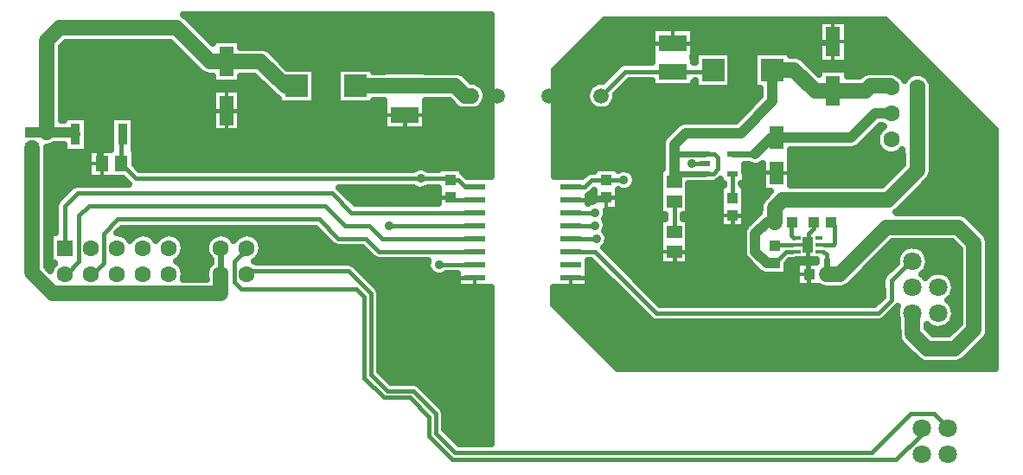
<source format=gtl>
G04 DipTrace 2.4.0.2*
%INDaughter-IsolatedUART.GTL*%
%MOMM*%
%ADD14C,0.4*%
%ADD15C,1.5*%
%ADD16C,0.6*%
%ADD17C,1.0*%
%ADD18C,0.3*%
%ADD19C,0.635*%
%ADD20C,0.33*%
%ADD21R,2.7X1.6*%
%ADD22R,1.4X2.85*%
%ADD23R,1.3X1.5*%
%ADD24R,1.0X1.1*%
%ADD25R,1.4X2.25*%
%ADD26R,1.1X1.0*%
%ADD27R,1.5X1.3*%
%ADD28R,1.6X1.6*%
%ADD29C,1.6*%
%ADD30C,1.8*%
%ADD31R,1.35X1.0*%
%ADD32R,2.2X2.2*%
%ADD34R,0.95X2.15*%
%ADD35R,3.25X2.15*%
%ADD36R,2.0X0.6*%
%ADD37R,1.1X0.6*%
%ADD38R,0.7X0.3*%
%ADD39R,1.0X1.6*%
%ADD40C,0.914*%
%FSLAX53Y53*%
G04*
G71*
G90*
G75*
G01*
%LNTop*%
%LPD*%
X12382Y30163D2*
D14*
Y32938D1*
X12502Y33059D1*
X46995Y27943D2*
X46042D1*
X45407Y28578D1*
X44613D1*
X12382Y30163D2*
X12389D1*
X13815Y28737D1*
X41725D1*
X44455D1*
X44613Y28578D1*
X46995Y20323D2*
X43498D1*
X6900Y21930D2*
X6826D1*
Y26035D1*
X8096Y27305D1*
X33026D1*
X34929Y25403D1*
X46995D1*
X66516Y26511D2*
Y23495D1*
X46677Y36834D2*
D15*
X46034D1*
X45085Y37782D1*
X40164D1*
X35328D1*
X59377Y36834D2*
D14*
X59379D1*
X61760Y39215D1*
X66353D1*
X66358Y39211D1*
X70168D1*
X70326Y39370D1*
X10202Y33059D2*
Y38859D1*
X10482Y30163D2*
X10160D1*
Y33016D1*
X10202Y33059D1*
X15875Y38576D2*
X15716Y38418D1*
X15240Y38894D1*
X10237D1*
X10202Y38859D1*
X46995Y26673D2*
X44818D1*
X44613Y26878D1*
X46995Y19053D2*
X44931D1*
X15875Y36036D2*
Y38576D1*
Y41116D1*
X13335D1*
X10795D1*
X9366D1*
X7628D1*
X7623Y41121D1*
Y38898D1*
Y36675D1*
Y38898D2*
X10163D1*
X10202Y38859D1*
X22701Y35401D2*
X25718D1*
X28099Y33020D1*
X40164D1*
X45403D1*
X49217Y36834D1*
X40164Y34983D2*
Y33020D1*
X22701Y35401D2*
X16510D1*
X15875Y36036D1*
X44613Y26878D2*
X43289D1*
X43180Y26988D1*
X3651Y33250D2*
D17*
X5080D1*
X7711D1*
X7903Y33059D1*
X29528Y37782D2*
D15*
X28416D1*
X26035Y40164D1*
X22743D1*
X22701Y40205D1*
X21072D1*
X17780Y43498D1*
X6350D1*
X5080Y42227D1*
Y33250D1*
X56395Y27943D2*
D14*
X57791D1*
X58426Y28578D1*
X59855D1*
X80653Y21593D2*
D18*
X81130D1*
D14*
X81447Y21275D1*
Y20799D1*
D16*
Y19370D1*
D15*
X82718D1*
X87322Y23974D1*
X94307D1*
X95885Y22396D1*
Y13970D1*
X93980Y12065D1*
X91292D1*
X89862Y13495D1*
Y15559D1*
X59855Y28578D2*
D14*
X61601D1*
X87322Y24133D2*
Y23974D1*
X90730Y4270D2*
Y3735D1*
X88265Y1270D1*
X44768D1*
X42545Y3492D1*
Y5398D1*
X40640Y7302D1*
X38100D1*
X36195Y9208D1*
Y17145D1*
X35401Y17939D1*
X24130D1*
X23495Y18574D1*
Y20637D1*
X24787Y21930D1*
X24680D1*
X93270Y4270D2*
Y4372D1*
X91926Y5715D1*
X89703D1*
X85893Y1905D1*
X45085D1*
X43180Y3810D1*
Y5715D1*
X40958Y7938D1*
X38417D1*
X36830Y9525D1*
Y17463D1*
X34607Y19685D1*
X24385D1*
X24680Y19390D1*
X46995Y22863D2*
X37945D1*
X36678Y24130D1*
X34290D1*
X32385Y26035D1*
X9208D1*
X8255Y25082D1*
Y20637D1*
X7008Y19390D1*
X6900D1*
X46995Y24133D2*
X38580D1*
X46995Y21593D2*
X37627D1*
X36360Y22860D1*
X33655D1*
X31750Y24765D1*
X12065D1*
X10636Y23336D1*
Y20480D1*
X9546Y19390D1*
X9440D1*
X22140Y21930D2*
D16*
Y19390D1*
D15*
Y17463D1*
X5715D1*
X3651Y19526D1*
Y31750D1*
X56395Y26673D2*
D14*
X59650D1*
X59855Y26878D1*
X78603Y22243D2*
D18*
X79153D1*
D14*
X79628D1*
X78603D2*
D18*
X78053D1*
D14*
X76428D1*
X76367Y22181D1*
X79628Y22243D2*
Y19489D1*
X79747Y19370D1*
X80177Y24451D2*
Y23816D1*
X79701Y23339D1*
Y22316D1*
X79628Y22243D1*
X72239Y25132D2*
X73233D1*
X73978Y25876D1*
Y28257D1*
X75089Y29369D1*
X76526D1*
Y29307D1*
X56395Y19053D2*
X58743D1*
X59855Y26878D2*
X61485D1*
X61595Y26988D1*
X79747Y19370D2*
X79701D1*
X79383Y19052D1*
X79692D1*
Y17145D1*
X67786D1*
X65942Y18989D1*
X62547Y22384D1*
Y25876D1*
X61436Y26988D1*
X61595D1*
X92402Y20639D2*
Y21434D1*
X91608Y22227D1*
X88274D1*
X83823Y17777D1*
X83192Y17145D1*
X79692D1*
X66516Y21595D2*
Y19564D1*
X65942Y18989D1*
X72239Y25132D2*
Y22545D1*
X71286Y21592D1*
X66519D1*
X66516Y21595D1*
X69540Y30169D2*
X68273Y30166D1*
X66358Y42011D2*
X81975D1*
X82074Y42110D1*
X66358Y42011D2*
X58047D1*
X56045Y40009D1*
Y38100D1*
Y36993D1*
X55886Y36834D1*
X54297D1*
X55880Y38100D2*
X56045D1*
X83820Y17145D2*
X83823Y17148D1*
Y17777D1*
X90338Y37627D2*
D15*
Y35087D1*
Y32547D1*
X78603Y21593D2*
D18*
X78053D1*
D14*
X77478D1*
X76367Y20482D1*
Y24451D2*
D17*
X75573D1*
X74462Y23339D1*
Y21593D1*
X75573Y20482D1*
X76367D1*
Y24451D2*
D15*
Y25880D1*
X77157Y26670D1*
X87471D1*
X90338Y29537D1*
Y32547D1*
X87798Y35087D2*
D17*
X86205D1*
X83824Y32707D1*
X76526D1*
X72240Y31119D2*
D16*
X74462D1*
D17*
X76049Y32707D1*
D16*
X76526D1*
X72240Y29219D2*
D14*
Y26833D1*
X72239Y26832D1*
X78603Y22893D2*
D18*
X78242D1*
D14*
X77954Y23181D1*
Y24338D1*
X78067Y24451D1*
X80653Y22243D2*
D18*
X81203D1*
D14*
X82097D1*
X82241Y22387D1*
Y24087D1*
X81877Y24451D1*
X56395Y21593D2*
X58734D1*
X64770Y15557D1*
X86519D1*
X87789Y16828D1*
Y18732D1*
X89535Y20479D1*
X90022D1*
X89862Y20639D1*
X56395Y24133D2*
X58738D1*
X56395Y22863D2*
X58902D1*
X56395Y25403D2*
X58743D1*
X69540Y29219D2*
X70335D1*
X70802Y29686D1*
Y30797D1*
X70485Y31115D1*
X69544D1*
X69540Y31119D1*
X76126Y39370D2*
D15*
X78276D1*
X80336Y37310D1*
X82070D1*
X82074Y37306D1*
X85254D1*
X85734Y37786D1*
X87639D1*
X87798Y37627D1*
X76126Y39370D2*
D17*
Y36276D1*
X73033Y33182D1*
X67635D1*
X66523Y32071D1*
Y31119D1*
Y29219D1*
Y28418D1*
X66516Y28411D1*
X69540Y31119D2*
D16*
X66523D1*
X69540Y29219D2*
X66523D1*
D40*
X43498Y20323D3*
X41725Y28737D3*
X44931Y19053D3*
X43180Y26988D3*
X61601Y28578D3*
X87322Y24133D3*
X38580D3*
X58743Y19053D3*
X61595Y26988D3*
X68273Y30166D3*
X58738Y24133D3*
X58902Y22863D3*
X58743Y25403D3*
X45720Y5080D3*
Y7620D3*
X7623Y36675D3*
Y38898D3*
Y41121D3*
X9366Y41116D3*
X10795D3*
X13335D3*
X15875D3*
Y38576D3*
Y36036D3*
X45720Y10160D3*
Y12700D3*
Y15240D3*
Y43180D3*
X43180D3*
X40640D3*
X38100D3*
X35560D3*
X33020D3*
X30480D3*
X27940D3*
X25400D3*
X45720Y40640D3*
X55880Y38100D3*
X58420Y40640D3*
X60960Y43180D3*
X63500D3*
X68580D3*
X71120D3*
X73660D3*
X76200D3*
X78740D3*
X83820D3*
X86360D3*
X88900Y40640D3*
X55880Y35560D3*
Y33020D3*
Y30480D3*
X58420Y15240D3*
X60960Y12700D3*
X63500D3*
X66040D3*
X68580D3*
X71120D3*
X73660D3*
X76200D3*
X78740D3*
X81280D3*
X83820D3*
X86360D3*
X66040Y17145D3*
X68580D3*
X71120D3*
X73660D3*
X76200D3*
X78740D3*
X81280D3*
X83820D3*
X19218Y44136D2*
D19*
X48519D1*
X19853Y43504D2*
X48519D1*
X20478Y42872D2*
X48519D1*
X24139Y42241D2*
X48519D1*
X6567Y41609D2*
X17592D1*
X24139D2*
X48519D1*
X6567Y40977D2*
X18227D1*
X27294D2*
X48519D1*
X6567Y40346D2*
X18853D1*
X27929D2*
X48519D1*
X6567Y39714D2*
X19488D1*
X28564D2*
X48519D1*
X6567Y39082D2*
X20132D1*
X31362D2*
X33487D1*
X45729D2*
X48519D1*
X6567Y38451D2*
X21264D1*
X24139D2*
X25669D1*
X31362D2*
X33487D1*
X46493D2*
X48519D1*
X6567Y37819D2*
X26304D1*
X31362D2*
X33487D1*
X47763D2*
X48519D1*
X6567Y37187D2*
X21264D1*
X24139D2*
X26939D1*
X31362D2*
X33487D1*
X48120D2*
X48519D1*
X6567Y36556D2*
X21264D1*
X24139D2*
X27633D1*
X31362D2*
X33487D1*
X48140D2*
X48519D1*
X6567Y35924D2*
X21264D1*
X24139D2*
X38081D1*
X42246D2*
X44868D1*
X47832D2*
X48519D1*
X6567Y35292D2*
X21264D1*
X24139D2*
X38081D1*
X42246D2*
X48519D1*
X9117Y34661D2*
X11292D1*
X13711D2*
X21264D1*
X24139D2*
X38081D1*
X42246D2*
X48519D1*
X9117Y34029D2*
X11292D1*
X13711D2*
X21264D1*
X24139D2*
X38081D1*
X42246D2*
X48519D1*
X9117Y33397D2*
X11292D1*
X13711D2*
X21264D1*
X24139D2*
X48519D1*
X9117Y32766D2*
X11292D1*
X13711D2*
X48519D1*
X9117Y32134D2*
X11292D1*
X13711D2*
X48519D1*
X5139Y31502D2*
X6688D1*
X13771D2*
X48519D1*
X5139Y30871D2*
X9099D1*
X13771D2*
X48519D1*
X5139Y30239D2*
X9099D1*
X13771D2*
X48519D1*
X5139Y29607D2*
X9099D1*
X45848D2*
X48519D1*
X5139Y28976D2*
X9099D1*
X46304D2*
X48519D1*
X5139Y28344D2*
X12909D1*
X5139Y27712D2*
X7204D1*
X33912D2*
X41187D1*
X42266D2*
X43379D1*
X5139Y27081D2*
X6579D1*
X34547D2*
X43379D1*
X5139Y26449D2*
X5994D1*
X35182D2*
X43379D1*
X5139Y25817D2*
X5895D1*
X5139Y25186D2*
X5895D1*
X5139Y24554D2*
X5895D1*
X5139Y23922D2*
X5895D1*
X12610Y23291D2*
X13892D1*
X15150D2*
X16432D1*
X17690D2*
X21512D1*
X22770D2*
X24052D1*
X25310D2*
X31930D1*
X18404Y22659D2*
X20797D1*
X26024D2*
X32555D1*
X18593Y22027D2*
X20609D1*
X26213D2*
X33329D1*
X18493Y21396D2*
X20708D1*
X26113D2*
X36523D1*
X18027Y20764D2*
X21105D1*
X25647D2*
X37287D1*
X5139Y20132D2*
X5567D1*
X18394D2*
X20807D1*
X35460D2*
X42318D1*
X18593Y19501D2*
X20609D1*
X36085D2*
X42655D1*
X36720Y18869D2*
X45255D1*
X37355Y18237D2*
X45255D1*
X37752Y17606D2*
X48519D1*
X37762Y16974D2*
X48519D1*
X37762Y16342D2*
X48519D1*
X37762Y15711D2*
X48519D1*
X37762Y15079D2*
X48519D1*
X37762Y14447D2*
X48519D1*
X37762Y13816D2*
X48519D1*
X37762Y13184D2*
X48519D1*
X37762Y12552D2*
X48519D1*
X37762Y11921D2*
X48519D1*
X37762Y11289D2*
X48519D1*
X37762Y10657D2*
X48519D1*
X37762Y10026D2*
X48519D1*
X38258Y9394D2*
X48519D1*
X41304Y8762D2*
X48519D1*
X42058Y8131D2*
X48519D1*
X42693Y7499D2*
X48519D1*
X43328Y6867D2*
X48519D1*
X43943Y6236D2*
X48519D1*
X44112Y5604D2*
X48519D1*
X44112Y4972D2*
X48519D1*
X44112Y4341D2*
X48519D1*
X44578Y3709D2*
X48519D1*
X45213Y3077D2*
X48519D1*
X38458Y39255D2*
X42187D1*
Y39206D1*
X45085Y39205D1*
X45400Y39170D1*
X45699Y39066D1*
X45975Y38891D1*
X46617Y38262D1*
X46992Y38222D1*
X47291Y38118D1*
X47560Y37950D1*
X47785Y37727D1*
X47955Y37459D1*
X48062Y37161D1*
X48100Y36847D1*
X48067Y36531D1*
X47966Y36231D1*
X47801Y35961D1*
X47580Y35734D1*
X47314Y35562D1*
X47016Y35452D1*
X46677Y35411D1*
X46034D1*
X45719Y35446D1*
X45419Y35550D1*
X45144Y35725D1*
X44501Y36354D1*
X42178Y36360D1*
X42187Y36011D1*
Y33510D1*
X38141D1*
Y36359D1*
X37098Y36360D1*
X37100Y36010D1*
X33555D1*
Y39555D1*
X37100D1*
Y39208D1*
X38135Y39205D1*
X38141Y39255D1*
X38458D1*
X13649Y31585D2*
X13705D1*
Y30087D1*
X14178Y29608D1*
X41011Y29610D1*
X41186Y29730D1*
X41483Y29840D1*
X41798Y29864D1*
X42108Y29800D1*
X42438Y29604D1*
X43442Y29610D1*
X43441Y29801D1*
X45786D1*
Y29354D1*
X45866Y29321D1*
X46249Y28971D1*
X46298Y28922D1*
X48577Y28916D1*
Y44767D1*
X18425D1*
X18786Y44504D1*
X21333Y41957D1*
X21328Y42303D1*
X24074D1*
Y41579D1*
X26035Y41587D1*
X26350Y41551D1*
X26649Y41447D1*
X26925Y41273D1*
X27715Y40496D1*
X28662Y39549D1*
X31300Y39555D1*
Y36010D1*
X27755D1*
Y36516D1*
X27410Y36776D1*
X25439Y38748D1*
X24080Y38741D1*
X24074Y38107D1*
X21328D1*
Y38792D1*
X21072Y38782D1*
X20757Y38818D1*
X20458Y38922D1*
X20182Y39096D1*
X19393Y39873D1*
X17197Y42069D1*
X14287Y42075D1*
X6935D1*
X6507Y41642D1*
X6503Y34419D1*
X6757Y34423D1*
X6755Y34807D1*
X9050D1*
X9058Y33258D1*
X9064Y32899D1*
X9050Y32584D1*
Y31311D1*
X6755D1*
Y32075D1*
X5876Y32077D1*
X5705Y31972D1*
X5407Y31865D1*
X5063Y31830D1*
X5074Y31433D1*
Y20112D1*
X5464Y19726D1*
X5624Y20126D1*
X5811Y20382D1*
X5892Y20454D1*
X5427Y20457D1*
Y23403D1*
X5953D1*
Y26035D1*
X6010Y26346D1*
X6209Y26652D1*
X7479Y27922D1*
X7739Y28101D1*
X8096Y28178D1*
X13146D1*
X12574Y28744D1*
X11060Y28740D1*
X9160D1*
Y31585D1*
X11356D1*
X11355Y34807D1*
X13650D1*
Y31582D1*
X43444Y27355D2*
X43441Y27864D1*
X42441D1*
X42214Y27718D1*
X41912Y27622D1*
X41595Y27614D1*
X41289Y27694D1*
X41011Y27863D1*
X33699Y27864D1*
X35292Y26274D1*
X43432Y26276D1*
X43441Y26481D1*
Y27814D1*
X21392Y37499D2*
X24074D1*
Y33303D1*
X21328D1*
Y37499D1*
X21392D1*
X11935Y23395D2*
X12338Y23359D1*
X12635Y23249D1*
X12902Y23078D1*
X13127Y22855D1*
X13250Y22663D1*
X13431Y22922D1*
X13668Y23132D1*
X13945Y23286D1*
X14248Y23378D1*
X14564Y23402D1*
X14878Y23359D1*
X15175Y23249D1*
X15442Y23078D1*
X15667Y22855D1*
X15790Y22663D1*
X15971Y22922D1*
X16208Y23132D1*
X16485Y23286D1*
X16788Y23378D1*
X17104Y23402D1*
X17418Y23359D1*
X17715Y23249D1*
X17982Y23078D1*
X18207Y22855D1*
X18378Y22588D1*
X18488Y22291D1*
X18533Y21930D1*
X18499Y21615D1*
X18398Y21314D1*
X18236Y21043D1*
X18018Y20812D1*
X17798Y20660D1*
X17982Y20538D1*
X18207Y20315D1*
X18378Y20048D1*
X18488Y19751D1*
X18533Y19390D1*
X18499Y19075D1*
X18433Y18878D1*
X20727Y18885D1*
X20678Y19208D1*
X20673Y19525D1*
X20736Y19836D1*
X20864Y20126D1*
X21051Y20382D1*
X21162Y20480D1*
X21167Y20829D1*
X20888Y21154D1*
X20751Y21440D1*
X20678Y21748D1*
X20673Y22065D1*
X20736Y22376D1*
X20864Y22666D1*
X21051Y22922D1*
X21288Y23132D1*
X21565Y23286D1*
X21868Y23378D1*
X22184Y23402D1*
X22498Y23359D1*
X22795Y23249D1*
X23062Y23078D1*
X23287Y22855D1*
X23410Y22663D1*
X23591Y22922D1*
X23828Y23132D1*
X24105Y23286D1*
X24408Y23378D1*
X24724Y23402D1*
X25038Y23359D1*
X25335Y23249D1*
X25602Y23078D1*
X25827Y22855D1*
X25998Y22588D1*
X26108Y22291D1*
X26153Y21930D1*
X26119Y21615D1*
X26018Y21314D1*
X25856Y21043D1*
X25638Y20812D1*
X25418Y20660D1*
X25655Y20558D1*
X34607D1*
X34918Y20501D1*
X35225Y20302D1*
X37447Y18080D1*
X37626Y17820D1*
X37703Y17463D1*
Y9892D1*
X38773Y8816D1*
X40958Y8810D1*
X41268Y8753D1*
X41575Y8555D1*
X43797Y6332D1*
X43976Y6072D1*
X44053Y5715D1*
Y4177D1*
X45446Y2779D1*
X48587Y2778D1*
X48578Y3810D1*
Y18088D1*
X48033Y18080D1*
X45322D1*
Y19459D1*
X44207Y19450D1*
X43986Y19304D1*
X43684Y19209D1*
X43368Y19201D1*
X43061Y19281D1*
X42789Y19442D1*
X42573Y19673D1*
X42429Y19955D1*
X42369Y20266D1*
X42397Y20581D1*
X42451Y20719D1*
X37627Y20720D1*
X37316Y20777D1*
X37010Y20976D1*
X35992Y21993D1*
X33655Y21987D1*
X33344Y22044D1*
X33038Y22243D1*
X31389Y23891D1*
X12432Y23892D1*
X11932Y23397D1*
X40164Y34983D2*
D20*
Y33511D1*
X38142Y34983D2*
X42185D1*
X10482Y31584D2*
Y28741D1*
X9161Y30163D2*
X10482D1*
X43442Y26878D2*
X44613D1*
X22701Y37498D2*
Y33305D1*
X21330Y35401D2*
X24073D1*
X46995Y19053D2*
Y18081D1*
X45323Y19053D2*
X46995D1*
X59106Y43664D2*
D19*
X80639D1*
X83514D2*
X87743D1*
X58481Y43033D2*
X64268D1*
X68443D2*
X80639D1*
X83514D2*
X88378D1*
X57856Y42401D2*
X64268D1*
X68443D2*
X80639D1*
X83514D2*
X89003D1*
X57221Y41769D2*
X64268D1*
X68443D2*
X80639D1*
X83514D2*
X89638D1*
X56596Y41138D2*
X64268D1*
X72164D2*
X74289D1*
X77958D2*
X80639D1*
X83514D2*
X90273D1*
X55971Y40506D2*
X64268D1*
X72164D2*
X74289D1*
X79198D2*
X80639D1*
X83514D2*
X90898D1*
X55346Y39874D2*
X61123D1*
X72164D2*
X74289D1*
X79843D2*
X91533D1*
X54830Y39243D2*
X60488D1*
X72164D2*
X74289D1*
X83514D2*
X92168D1*
X54830Y38611D2*
X59862D1*
X72164D2*
X74289D1*
X91501D2*
X92793D1*
X54830Y37979D2*
X58473D1*
X61825D2*
X64268D1*
X72164D2*
X74289D1*
X91829D2*
X93428D1*
X54830Y37348D2*
X57987D1*
X61190D2*
X74894D1*
X91849D2*
X94063D1*
X54830Y36716D2*
X57898D1*
X60863D2*
X74845D1*
X91829D2*
X94698D1*
X54820Y36084D2*
X58106D1*
X60654D2*
X74210D1*
X91829D2*
X95333D1*
X54820Y35453D2*
X58970D1*
X59781D2*
X73584D1*
X91829D2*
X95968D1*
X54820Y34821D2*
X72949D1*
X91849D2*
X96593D1*
X54820Y34189D2*
X66967D1*
X91829D2*
X97228D1*
X54820Y33558D2*
X66292D1*
X91878D2*
X97863D1*
X54820Y32926D2*
X65657D1*
X85767D2*
X86314D1*
X91878D2*
X97893D1*
X54820Y32294D2*
X65310D1*
X85132D2*
X86284D1*
X91878D2*
X97893D1*
X54820Y31663D2*
X65290D1*
X84417D2*
X86562D1*
X91878D2*
X97893D1*
X54810Y31031D2*
X65290D1*
X77958D2*
X88854D1*
X91829D2*
X97893D1*
X54810Y30399D2*
X65290D1*
X77958D2*
X88854D1*
X91829D2*
X97893D1*
X54810Y29768D2*
X58622D1*
X61091D2*
X65290D1*
X73523D2*
X75093D1*
X77958D2*
X88497D1*
X91829D2*
X97893D1*
X54810Y29136D2*
X57690D1*
X62649D2*
X65032D1*
X73523D2*
X75093D1*
X77958D2*
X87862D1*
X91769D2*
X97893D1*
X62787Y28504D2*
X65032D1*
X73523D2*
X75093D1*
X77958D2*
X87227D1*
X91382D2*
X97893D1*
X62549Y27873D2*
X65032D1*
X68006D2*
X71005D1*
X73473D2*
X75093D1*
X90747D2*
X97893D1*
X61091Y27241D2*
X65032D1*
X68006D2*
X71005D1*
X73473D2*
X75648D1*
X90122D2*
X97893D1*
X58134Y26609D2*
X58622D1*
X61091D2*
X65032D1*
X68006D2*
X71005D1*
X73473D2*
X75083D1*
X89487D2*
X97893D1*
X61091Y25978D2*
X65032D1*
X68006D2*
X71005D1*
X73473D2*
X74884D1*
X88852D2*
X97893D1*
X59940Y25346D2*
X65032D1*
X68006D2*
X71005D1*
X73473D2*
X74755D1*
X94746D2*
X97893D1*
X59771Y24714D2*
X65032D1*
X68006D2*
X71005D1*
X73473D2*
X74110D1*
X95639D2*
X97893D1*
X59930Y24083D2*
X65032D1*
X68006D2*
X71005D1*
X96274D2*
X97893D1*
X59930Y23451D2*
X65032D1*
X68006D2*
X73227D1*
X96909D2*
X97893D1*
X60099Y22819D2*
X65032D1*
X68006D2*
X73227D1*
X97306D2*
X97893D1*
X59870Y22188D2*
X65032D1*
X68006D2*
X73227D1*
X87612D2*
X89529D1*
X90202D2*
X94014D1*
X97375D2*
X97893D1*
X60069Y21556D2*
X65032D1*
X68006D2*
X73227D1*
X86977D2*
X88517D1*
X91204D2*
X94401D1*
X97375D2*
X97893D1*
X60704Y20924D2*
X65032D1*
X68006D2*
X73436D1*
X86352D2*
X88249D1*
X91472D2*
X94401D1*
X97375D2*
X97893D1*
X58134Y20293D2*
X58741D1*
X61329D2*
X65032D1*
X68006D2*
X74041D1*
X77601D2*
X78466D1*
X85717D2*
X88051D1*
X91462D2*
X94401D1*
X97375D2*
X97893D1*
X58134Y19661D2*
X59366D1*
X61964D2*
X74676D1*
X77601D2*
X78466D1*
X85082D2*
X87416D1*
X91154D2*
X92158D1*
X92651D2*
X94401D1*
X97375D2*
X97893D1*
X58134Y19029D2*
X60001D1*
X62599D2*
X78466D1*
X84457D2*
X86910D1*
X93734D2*
X94401D1*
X97375D2*
X97893D1*
X58134Y18398D2*
X60636D1*
X63224D2*
X78466D1*
X83822D2*
X86850D1*
X94012D2*
X94401D1*
X97375D2*
X97893D1*
X54790Y17766D2*
X61261D1*
X63859D2*
X86850D1*
X94002D2*
X94401D1*
X97375D2*
X97893D1*
X54790Y17134D2*
X61896D1*
X64494D2*
X86800D1*
X93704D2*
X94401D1*
X97375D2*
X97893D1*
X54790Y16503D2*
X62531D1*
X65119D2*
X86165D1*
X93724D2*
X94401D1*
X97375D2*
X97893D1*
X55287Y15871D2*
X63157D1*
X94012D2*
X94401D1*
X97375D2*
X97893D1*
X55922Y15239D2*
X63792D1*
X87503D2*
X88259D1*
X94002D2*
X94401D1*
X97375D2*
X97893D1*
X56557Y14608D2*
X88378D1*
X93714D2*
X94401D1*
X97375D2*
X97893D1*
X57182Y13976D2*
X88378D1*
X91452D2*
X93815D1*
X97375D2*
X97893D1*
X57817Y13344D2*
X88388D1*
X97226D2*
X97893D1*
X58452Y12713D2*
X88606D1*
X96700D2*
X97893D1*
X59077Y12081D2*
X89201D1*
X96075D2*
X97893D1*
X59712Y11449D2*
X89836D1*
X95440D2*
X97893D1*
X60347Y10818D2*
X90541D1*
X94726D2*
X97893D1*
X60982Y10186D2*
X97893D1*
X68373Y40684D2*
X68380Y40079D1*
X68553Y40137D1*
Y41143D1*
X72099D1*
Y37597D1*
X68553D1*
Y38341D1*
X68380Y38144D1*
Y37738D1*
X64335D1*
Y38344D1*
X62117Y38342D1*
X60785Y37006D1*
X60800Y36834D1*
X60765Y36519D1*
X60661Y36220D1*
X60493Y35951D1*
X60270Y35726D1*
X60002Y35556D1*
X59704Y35449D1*
X59390Y35411D1*
X59074Y35444D1*
X58774Y35545D1*
X58504Y35710D1*
X58277Y35931D1*
X58105Y36197D1*
X57995Y36495D1*
X57954Y36809D1*
X57984Y37124D1*
X58083Y37425D1*
X58246Y37697D1*
X58465Y37926D1*
X58729Y38101D1*
X59025Y38213D1*
X59339Y38256D1*
X59546Y38239D1*
X61143Y39833D1*
X61403Y40012D1*
X61760Y40088D1*
X64330D1*
X64345Y40684D1*
X64335Y40729D1*
Y43484D1*
X68380D1*
X68378Y40538D1*
X81018Y39404D2*
X83447D1*
Y38720D1*
X84663Y38729D1*
X84975Y38990D1*
X85261Y39128D1*
X85579Y39200D1*
X86687Y39209D1*
X87639D1*
X87954Y39174D1*
X88313Y39039D1*
X88721Y38776D1*
X88945Y38552D1*
X89068Y38360D1*
X89249Y38619D1*
X89486Y38829D1*
X89763Y38983D1*
X90066Y39075D1*
X90382Y39099D1*
X90696Y39056D1*
X90994Y38946D1*
X91261Y38776D1*
X91485Y38552D1*
X91656Y38285D1*
X91766Y37988D1*
X91811Y37627D1*
X91761Y37265D1*
X91766Y35448D1*
X91811Y35087D1*
X91761Y34725D1*
Y34026D1*
X91811Y34020D1*
Y31074D1*
X91762D1*
X91761Y29537D1*
X91726Y29222D1*
X91622Y28923D1*
X91447Y28647D1*
X90671Y27857D1*
X88477Y25664D1*
X88221Y25462D1*
X88274Y25397D1*
X94307D1*
X94622Y25361D1*
X94922Y25257D1*
X95197Y25083D1*
X95987Y24306D1*
X96891Y23402D1*
X97089Y23155D1*
X97227Y22870D1*
X97298Y22551D1*
X97308Y21444D1*
Y13970D1*
X97273Y13655D1*
X97169Y13356D1*
X96994Y13080D1*
X96218Y12290D1*
X94986Y11059D1*
X94739Y10861D1*
X94453Y10723D1*
X94135Y10652D1*
X93028Y10642D1*
X91292D1*
X90977Y10677D1*
X90678Y10781D1*
X90402Y10956D1*
X89612Y11732D1*
X88856Y12489D1*
X88658Y12737D1*
X88520Y13022D1*
X88449Y13340D1*
X88439Y14448D1*
Y14894D1*
X88367Y15071D1*
X88299Y15381D1*
X88295Y15698D1*
X88355Y16009D1*
X88441Y16247D1*
X87136Y14940D1*
X86876Y14761D1*
X86519Y14685D1*
X64770D1*
X64459Y14742D1*
X64153Y14940D1*
X58379Y20714D1*
X58070Y20720D1*
X58058Y19350D1*
X58068Y19137D1*
Y18080D1*
X54726D1*
X54722Y16377D1*
X60942Y10158D1*
X97959Y10161D1*
Y33527D1*
X89621Y41851D1*
X87187Y44285D1*
X82232Y44292D1*
X59666Y44296D1*
X54764Y39352D1*
X54747Y28919D1*
X57530Y28916D1*
X57809Y29195D1*
X58069Y29374D1*
X58426Y29451D1*
X58674D1*
X58682Y29801D1*
X61028D1*
Y29553D1*
X61359Y29682D1*
X61674Y29706D1*
X61984Y29641D1*
X62264Y29493D1*
X62492Y29274D1*
X62650Y28999D1*
X62726Y28692D1*
X62731Y28578D1*
X62687Y28265D1*
X62558Y27976D1*
X62353Y27734D1*
X62090Y27559D1*
X61788Y27464D1*
X61472Y27456D1*
X61165Y27536D1*
X61021Y27622D1*
X61028Y27085D1*
Y25655D1*
X59843D1*
X59873Y25403D1*
X59829Y25090D1*
X59668Y24763D1*
X59786Y24554D1*
X59862Y24247D1*
X59867Y24133D1*
X59823Y23820D1*
X59738Y23630D1*
X59950Y23284D1*
X60026Y22977D1*
X60032Y22863D1*
X59987Y22550D1*
X59858Y22261D1*
X59653Y22019D1*
X59579Y21970D1*
X61372Y20190D1*
X65126Y16436D1*
X71755Y16430D1*
X86152D1*
X86919Y17192D1*
X86916Y18732D1*
X86973Y19043D1*
X87171Y19350D1*
X88301Y20479D1*
X88295Y20778D1*
X88355Y21089D1*
X88475Y21382D1*
X88653Y21645D1*
X88879Y21867D1*
X89145Y22039D1*
X89440Y22154D1*
X89752Y22208D1*
X90069Y22198D1*
X90378Y22125D1*
X90665Y21992D1*
X90920Y21803D1*
X91132Y21567D1*
X91292Y21294D1*
X91394Y20994D1*
X91435Y20639D1*
X91403Y20324D1*
X91308Y20021D1*
X91155Y19744D1*
X90949Y19503D1*
X90785Y19375D1*
X90920Y19263D1*
X91137Y19019D1*
X91193Y19105D1*
X91419Y19327D1*
X91685Y19499D1*
X91980Y19614D1*
X92292Y19668D1*
X92609Y19658D1*
X92918Y19585D1*
X93205Y19452D1*
X93460Y19263D1*
X93672Y19027D1*
X93832Y18754D1*
X93934Y18454D1*
X93975Y18099D1*
X93943Y17784D1*
X93848Y17481D1*
X93695Y17204D1*
X93489Y16963D1*
X93325Y16835D1*
X93460Y16723D1*
X93672Y16487D1*
X93832Y16214D1*
X93934Y15914D1*
X93975Y15559D1*
X93943Y15244D1*
X93848Y14941D1*
X93695Y14664D1*
X93489Y14423D1*
X93239Y14228D1*
X92956Y14087D1*
X92649Y14006D1*
X92333Y13988D1*
X92019Y14034D1*
X91721Y14141D1*
X91451Y14307D1*
X91284Y14462D1*
X91285Y14081D1*
X91885Y13484D1*
X93386Y13488D1*
X94468Y14566D1*
X94462Y17145D1*
Y21798D1*
X93721Y22548D1*
X87908Y22551D1*
X83724Y18364D1*
X83477Y18166D1*
X83191Y18028D1*
X82873Y17957D1*
X81766Y17947D1*
X81447D1*
X81132Y17983D1*
X80833Y18087D1*
X80657Y18197D1*
X78524D1*
Y20543D1*
X80475D1*
X80474Y20774D1*
X78456Y20772D1*
X78254Y20743D1*
X77845Y20720D1*
X77541Y20421D1*
X77540Y19259D1*
X75194D1*
Y19368D1*
X74890Y19528D1*
X74295Y20101D1*
X73632Y20764D1*
X73441Y21015D1*
X73304Y21401D1*
X73289Y22228D1*
Y23339D1*
X73331Y23653D1*
X73463Y23951D1*
X73412Y23942D1*
Y23909D1*
X71066D1*
Y28055D1*
X71374D1*
X71367Y28252D1*
X71017Y28246D1*
Y28673D1*
X70816Y28492D1*
X70763Y28246D1*
X68317Y28256D1*
X67942Y28246D1*
X67929Y27088D1*
X67939Y26882D1*
Y25188D1*
X67393D1*
X67389Y24815D1*
X67939Y24818D1*
X67929Y22172D1*
X67939Y21965D1*
Y20272D1*
X65093D1*
Y24818D1*
X65639D1*
X65643Y25192D1*
X65093Y25188D1*
X65103Y27834D1*
X65093Y28041D1*
Y29734D1*
X65341D1*
X65350Y31119D1*
Y32071D1*
X65393Y32385D1*
X65570Y32754D1*
X66143Y33349D1*
X66805Y34012D1*
X67057Y34203D1*
X67443Y34339D1*
X68270Y34355D1*
X72546D1*
X74961Y36769D1*
X74953Y37595D1*
X74353Y37597D1*
Y41143D1*
X77899D1*
Y40796D1*
X78276Y40793D1*
X78591Y40758D1*
X78890Y40654D1*
X79166Y40479D1*
X79956Y39703D1*
X80706Y38952D1*
X80701Y39404D1*
X81018D1*
X80764Y44208D2*
X83447D1*
Y40012D1*
X80701D1*
Y44208D1*
X80764D1*
X77898Y31538D2*
X77889Y30909D1*
X77898Y30787D1*
Y28094D1*
X86891Y28093D1*
X88710Y29921D1*
X88914Y30125D1*
X88915Y31075D1*
X88865Y31074D1*
Y31541D1*
X88757Y31429D1*
X88495Y31250D1*
X88202Y31131D1*
X87889Y31077D1*
X87573Y31092D1*
X87267Y31174D1*
X86985Y31319D1*
X86741Y31521D1*
X86546Y31771D1*
X86409Y32057D1*
X86337Y32365D1*
X86332Y32682D1*
X86394Y32993D1*
X86522Y33283D1*
X86709Y33539D1*
X86946Y33749D1*
X87059Y33811D1*
X86917Y33916D1*
X86697Y33914D1*
X84653Y31877D1*
X84401Y31686D1*
X84015Y31549D1*
X83189Y31534D1*
X77901D1*
X77898Y30914D1*
X58686Y27355D2*
X58682Y27602D1*
X58408Y27326D1*
X58139Y27144D1*
X58068Y27074D1*
Y26306D1*
X58204Y26396D1*
X58501Y26507D1*
X58688Y26521D1*
X58682Y27243D1*
Y27560D1*
X73857Y24393D2*
X74821Y25349D1*
X74944Y25721D1*
X74979Y26194D1*
X75083Y26494D1*
X75258Y26770D1*
X75984Y27509D1*
X75153D1*
Y30170D1*
X75039Y30098D1*
X74745Y29981D1*
X74430Y29946D1*
X74118Y29997D1*
X73808Y30149D1*
X73453Y30146D1*
X73463Y28246D1*
X73115D1*
X73120Y28055D1*
X73412D1*
X73402Y25609D1*
X73412Y25403D1*
Y23942D1*
X69222Y28246D2*
X68270D1*
X67939Y27834D1*
Y27199D1*
X66358Y43483D2*
D20*
Y42011D1*
X64336D2*
X68379D1*
X82074Y44207D2*
Y40014D1*
X80702Y42110D2*
X83445D1*
X72239Y25132D2*
Y23911D1*
X71067Y25132D2*
X73410D1*
X75154Y29307D2*
X77897D1*
X79747Y20542D2*
Y18198D1*
X78526Y19370D2*
X79747D1*
X59855Y26878D2*
Y25656D1*
X58683Y26878D2*
X61027D1*
X66516Y21595D2*
Y20273D1*
X65095Y21595D2*
X67938D1*
X56395Y19053D2*
Y18081D1*
Y19053D2*
X58067D1*
X56395Y26673D2*
X58067D1*
X79628Y22243D2*
Y20771D1*
D21*
X40164Y37783D3*
Y34983D3*
X66358Y39211D3*
Y42011D3*
D22*
X82074Y37306D3*
Y42110D3*
D23*
X12382Y30163D3*
X10482D3*
D24*
X44613Y28578D3*
Y26878D3*
D22*
X22701Y40205D3*
Y35401D3*
D24*
X72239Y26832D3*
Y25132D3*
D25*
X76526Y32707D3*
Y29307D3*
D24*
X76367Y20482D3*
Y22181D3*
D26*
X81447Y19370D3*
X79747D3*
D24*
X59855Y28578D3*
Y26878D3*
D27*
X66516Y26511D3*
Y28411D3*
D28*
X90338Y32547D3*
D29*
X87798D3*
X90338Y35087D3*
X87798D3*
X90338Y37627D3*
X87798D3*
X6900Y19390D3*
D28*
Y21930D3*
D29*
X9440Y19390D3*
Y21930D3*
X11980Y19390D3*
Y21930D3*
X14520Y19390D3*
Y21930D3*
X17060Y19390D3*
Y21930D3*
X19600Y19390D3*
Y21930D3*
X22140Y19390D3*
Y21930D3*
X24680Y19390D3*
Y21930D3*
D30*
X89862Y15559D3*
X92402D3*
X89862Y18099D3*
X92402D3*
X89862Y20639D3*
X92402D3*
D31*
X3651Y31750D3*
Y33250D3*
D32*
X29527Y37782D3*
X35328D3*
X70326Y39370D3*
X76126D3*
D27*
X66516Y23495D3*
Y21595D3*
D26*
X76367Y24451D3*
X78067D3*
X80177D3*
X81877D3*
D34*
X7902Y33059D3*
X10202D3*
X12502D3*
D35*
X10202Y38859D3*
D30*
X93270Y1730D3*
X90730D3*
Y4270D3*
X93270D3*
D36*
X46995Y27943D3*
Y26673D3*
Y25403D3*
Y24133D3*
Y22863D3*
Y21593D3*
Y20323D3*
Y19053D3*
X56395D3*
Y20323D3*
Y21593D3*
Y22863D3*
Y24133D3*
Y25403D3*
Y26673D3*
Y27943D3*
D37*
X69540Y31119D3*
Y30169D3*
Y29219D3*
X72240D3*
Y31119D3*
D38*
X80653Y21593D3*
Y22243D3*
Y22893D3*
X78603D3*
Y22243D3*
Y21593D3*
D39*
X79628Y22243D3*
D15*
X46677Y36834D3*
X49217D3*
X54297D3*
X59377D3*
M02*

</source>
